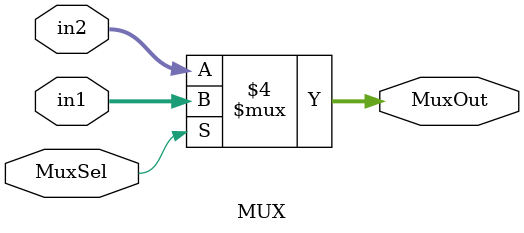
<source format=sv>
`timescale 1ns / 1ps


module MUX(
    input [31:0] in1,
    input [31:0] in2,
    input MuxSel,
    output logic [31:0] MuxOut
    );
    
    always_comb begin
        if(MuxSel == 1)begin
            MuxOut = in1;
        end
        else begin
            MuxOut = in2;
        end
    end
    
endmodule

</source>
